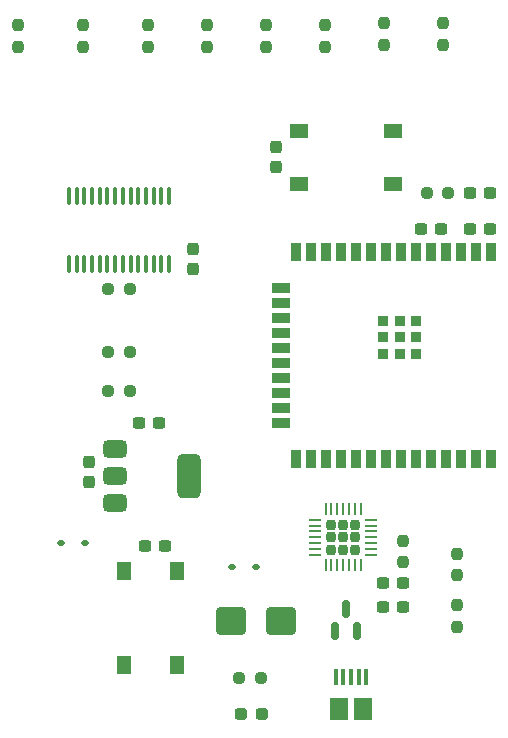
<source format=gbr>
%TF.GenerationSoftware,KiCad,Pcbnew,8.0.4*%
%TF.CreationDate,2024-07-27T14:27:44+01:00*%
%TF.ProjectId,ESP-SPIDER,4553502d-5350-4494-9445-522e6b696361,rev?*%
%TF.SameCoordinates,Original*%
%TF.FileFunction,Paste,Top*%
%TF.FilePolarity,Positive*%
%FSLAX46Y46*%
G04 Gerber Fmt 4.6, Leading zero omitted, Abs format (unit mm)*
G04 Created by KiCad (PCBNEW 8.0.4) date 2024-07-27 14:27:44*
%MOMM*%
%LPD*%
G01*
G04 APERTURE LIST*
G04 Aperture macros list*
%AMRoundRect*
0 Rectangle with rounded corners*
0 $1 Rounding radius*
0 $2 $3 $4 $5 $6 $7 $8 $9 X,Y pos of 4 corners*
0 Add a 4 corners polygon primitive as box body*
4,1,4,$2,$3,$4,$5,$6,$7,$8,$9,$2,$3,0*
0 Add four circle primitives for the rounded corners*
1,1,$1+$1,$2,$3*
1,1,$1+$1,$4,$5*
1,1,$1+$1,$6,$7*
1,1,$1+$1,$8,$9*
0 Add four rect primitives between the rounded corners*
20,1,$1+$1,$2,$3,$4,$5,0*
20,1,$1+$1,$4,$5,$6,$7,0*
20,1,$1+$1,$6,$7,$8,$9,0*
20,1,$1+$1,$8,$9,$2,$3,0*%
G04 Aperture macros list end*
%ADD10RoundRect,0.207500X0.207500X-0.207500X0.207500X0.207500X-0.207500X0.207500X-0.207500X-0.207500X0*%
%ADD11RoundRect,0.062500X0.062500X-0.412500X0.062500X0.412500X-0.062500X0.412500X-0.062500X-0.412500X0*%
%ADD12RoundRect,0.062500X0.412500X-0.062500X0.412500X0.062500X-0.412500X0.062500X-0.412500X-0.062500X0*%
%ADD13RoundRect,0.250000X-1.000000X-0.900000X1.000000X-0.900000X1.000000X0.900000X-1.000000X0.900000X0*%
%ADD14RoundRect,0.112500X-0.187500X-0.112500X0.187500X-0.112500X0.187500X0.112500X-0.187500X0.112500X0*%
%ADD15RoundRect,0.150000X0.150000X-0.587500X0.150000X0.587500X-0.150000X0.587500X-0.150000X-0.587500X0*%
%ADD16R,0.900000X1.500000*%
%ADD17R,1.500000X0.900000*%
%ADD18R,0.900000X0.900000*%
%ADD19RoundRect,0.237500X0.300000X0.237500X-0.300000X0.237500X-0.300000X-0.237500X0.300000X-0.237500X0*%
%ADD20RoundRect,0.237500X-0.237500X0.250000X-0.237500X-0.250000X0.237500X-0.250000X0.237500X0.250000X0*%
%ADD21RoundRect,0.237500X0.237500X-0.250000X0.237500X0.250000X-0.237500X0.250000X-0.237500X-0.250000X0*%
%ADD22RoundRect,0.100000X-0.100000X0.637500X-0.100000X-0.637500X0.100000X-0.637500X0.100000X0.637500X0*%
%ADD23RoundRect,0.237500X-0.250000X-0.237500X0.250000X-0.237500X0.250000X0.237500X-0.250000X0.237500X0*%
%ADD24RoundRect,0.237500X-0.300000X-0.237500X0.300000X-0.237500X0.300000X0.237500X-0.300000X0.237500X0*%
%ADD25RoundRect,0.237500X0.250000X0.237500X-0.250000X0.237500X-0.250000X-0.237500X0.250000X-0.237500X0*%
%ADD26R,1.300000X1.550000*%
%ADD27RoundRect,0.237500X-0.237500X0.300000X-0.237500X-0.300000X0.237500X-0.300000X0.237500X0.300000X0*%
%ADD28RoundRect,0.237500X0.237500X-0.300000X0.237500X0.300000X-0.237500X0.300000X-0.237500X-0.300000X0*%
%ADD29RoundRect,0.375000X-0.625000X-0.375000X0.625000X-0.375000X0.625000X0.375000X-0.625000X0.375000X0*%
%ADD30RoundRect,0.500000X-0.500000X-1.400000X0.500000X-1.400000X0.500000X1.400000X-0.500000X1.400000X0*%
%ADD31R,0.400000X1.350000*%
%ADD32R,1.500000X1.900000*%
%ADD33RoundRect,0.237500X-0.287500X-0.237500X0.287500X-0.237500X0.287500X0.237500X-0.287500X0.237500X0*%
%ADD34R,1.550000X1.300000*%
G04 APERTURE END LIST*
D10*
%TO.C,U2*%
X160034000Y-118066000D03*
X161064000Y-118066000D03*
X162094000Y-118066000D03*
X160034000Y-117036000D03*
X161064000Y-117036000D03*
X162094000Y-117036000D03*
X160034000Y-116006000D03*
X161064000Y-116006000D03*
X162094000Y-116006000D03*
D11*
X159564000Y-119411000D03*
X160064000Y-119411000D03*
X160564000Y-119411000D03*
X161064000Y-119411000D03*
X161564000Y-119411000D03*
X162064000Y-119411000D03*
X162564000Y-119411000D03*
D12*
X163439000Y-118536000D03*
X163439000Y-118036000D03*
X163439000Y-117536000D03*
X163439000Y-117036000D03*
X163439000Y-116536000D03*
X163439000Y-116036000D03*
X163439000Y-115536000D03*
D11*
X162564000Y-114661000D03*
X162064000Y-114661000D03*
X161564000Y-114661000D03*
X161064000Y-114661000D03*
X160564000Y-114661000D03*
X160064000Y-114661000D03*
X159564000Y-114661000D03*
D12*
X158689000Y-115536000D03*
X158689000Y-116036000D03*
X158689000Y-116536000D03*
X158689000Y-117036000D03*
X158689000Y-117536000D03*
X158689000Y-118036000D03*
X158689000Y-118536000D03*
%TD*%
D13*
%TO.C,D3*%
X151520000Y-124138000D03*
X155820000Y-124138000D03*
%TD*%
D14*
%TO.C,D5*%
X151604000Y-119566000D03*
X153704000Y-119566000D03*
%TD*%
D15*
%TO.C,D4*%
X161290000Y-123122000D03*
X162240000Y-124997000D03*
X160340000Y-124997000D03*
%TD*%
D14*
%TO.C,D1*%
X137126000Y-117534000D03*
X139226000Y-117534000D03*
%TD*%
D16*
%TO.C,U1*%
X173584000Y-92863000D03*
X172314000Y-92863000D03*
X171044000Y-92863000D03*
X169774000Y-92863000D03*
X168504000Y-92863000D03*
X167234000Y-92863000D03*
X165964000Y-92863000D03*
X164694000Y-92863000D03*
X163424000Y-92863000D03*
X162154000Y-92863000D03*
X160884000Y-92863000D03*
X159614000Y-92863000D03*
X158344000Y-92863000D03*
X157074000Y-92863000D03*
D17*
X155824000Y-95903000D03*
X155824000Y-97173000D03*
X155824000Y-98443000D03*
X155824000Y-99713000D03*
X155824000Y-100983000D03*
X155824000Y-102253000D03*
X155824000Y-103523000D03*
X155824000Y-104793000D03*
X155824000Y-106063000D03*
X155824000Y-107333000D03*
D16*
X157074000Y-110363000D03*
X158344000Y-110363000D03*
X159614000Y-110363000D03*
X160884000Y-110363000D03*
X162154000Y-110363000D03*
X163424000Y-110363000D03*
X164694000Y-110363000D03*
X165964000Y-110363000D03*
X167234000Y-110363000D03*
X168504000Y-110363000D03*
X169774000Y-110363000D03*
X171044000Y-110363000D03*
X172314000Y-110363000D03*
X173584000Y-110363000D03*
D18*
X167264000Y-98713000D03*
X165864000Y-98713000D03*
X164464000Y-98713000D03*
X167264000Y-100113000D03*
X165864000Y-100113000D03*
X164464000Y-100113000D03*
X167264000Y-101513000D03*
X165864000Y-101513000D03*
X164464000Y-101513000D03*
%TD*%
D19*
%TO.C,C3*%
X169348500Y-90911000D03*
X167623500Y-90911000D03*
%TD*%
D20*
%TO.C,R2*%
X170692000Y-122764500D03*
X170692000Y-124589500D03*
%TD*%
D21*
%TO.C,R11*%
X139004000Y-75483000D03*
X139004000Y-73658000D03*
%TD*%
D22*
%TO.C,U5*%
X146304000Y-88138000D03*
X145654000Y-88138000D03*
X145004000Y-88138000D03*
X144354000Y-88138000D03*
X143704000Y-88138000D03*
X143054000Y-88138000D03*
X142404000Y-88138000D03*
X141754000Y-88138000D03*
X141104000Y-88138000D03*
X140454000Y-88138000D03*
X139804000Y-88138000D03*
X139154000Y-88138000D03*
X138504000Y-88138000D03*
X137854000Y-88138000D03*
X137854000Y-93863000D03*
X138504000Y-93863000D03*
X139154000Y-93863000D03*
X139804000Y-93863000D03*
X140454000Y-93863000D03*
X141104000Y-93863000D03*
X141754000Y-93863000D03*
X142404000Y-93863000D03*
X143054000Y-93863000D03*
X143704000Y-93863000D03*
X144354000Y-93863000D03*
X145004000Y-93863000D03*
X145654000Y-93863000D03*
X146304000Y-93863000D03*
%TD*%
D19*
%TO.C,C6*%
X145504000Y-107363000D03*
X143779000Y-107363000D03*
%TD*%
D21*
%TO.C,R16*%
X154504000Y-75483000D03*
X154504000Y-73658000D03*
%TD*%
D23*
%TO.C,R7*%
X152249500Y-128964000D03*
X154074500Y-128964000D03*
%TD*%
D24*
%TO.C,C2*%
X171761000Y-87911000D03*
X173486000Y-87911000D03*
%TD*%
D25*
%TO.C,R1*%
X169948500Y-87911000D03*
X168123500Y-87911000D03*
%TD*%
D26*
%TO.C,SW2*%
X142530000Y-127838000D03*
X142530000Y-119888000D03*
X147030000Y-127838000D03*
X147030000Y-119888000D03*
%TD*%
D21*
%TO.C,R15*%
X159504000Y-75483000D03*
X159504000Y-73658000D03*
%TD*%
%TO.C,R14*%
X164504000Y-75308000D03*
X164504000Y-73483000D03*
%TD*%
D27*
%TO.C,C8*%
X155363000Y-83952500D03*
X155363000Y-85677500D03*
%TD*%
D21*
%TO.C,R10*%
X144504000Y-75483000D03*
X144504000Y-73658000D03*
%TD*%
%TO.C,R12*%
X133504000Y-75483000D03*
X133504000Y-73658000D03*
%TD*%
D23*
%TO.C,R5*%
X141181000Y-104627000D03*
X143006000Y-104627000D03*
%TD*%
D21*
%TO.C,R9*%
X149504000Y-75483000D03*
X149504000Y-73658000D03*
%TD*%
D23*
%TO.C,R17*%
X141181000Y-101325000D03*
X143006000Y-101325000D03*
%TD*%
D28*
%TO.C,C7*%
X139504000Y-112363000D03*
X139504000Y-110638000D03*
%TD*%
D21*
%TO.C,R13*%
X169504000Y-75308000D03*
X169504000Y-73483000D03*
%TD*%
D24*
%TO.C,C5*%
X164391000Y-120936000D03*
X166116000Y-120936000D03*
%TD*%
D29*
%TO.C,U4*%
X141704000Y-109563000D03*
X141704000Y-111863000D03*
D30*
X148004000Y-111863000D03*
D29*
X141704000Y-114163000D03*
%TD*%
D24*
%TO.C,C1*%
X171761000Y-90911000D03*
X173486000Y-90911000D03*
%TD*%
D21*
%TO.C,R4*%
X166117000Y-119155000D03*
X166117000Y-117330000D03*
%TD*%
D31*
%TO.C,J1*%
X160415000Y-128884000D03*
X161065000Y-128884000D03*
X161715000Y-128884000D03*
X162365000Y-128884000D03*
X163015000Y-128884000D03*
D32*
X160715000Y-131584000D03*
X162715000Y-131584000D03*
%TD*%
D33*
%TO.C,D2*%
X152412000Y-131964000D03*
X154162000Y-131964000D03*
%TD*%
D28*
%TO.C,C10*%
X148340000Y-94313500D03*
X148340000Y-92588500D03*
%TD*%
D34*
%TO.C,SW1*%
X165269000Y-87101000D03*
X157319000Y-87101000D03*
X165269000Y-82601000D03*
X157319000Y-82601000D03*
%TD*%
D25*
%TO.C,R8*%
X142991500Y-96000500D03*
X141166500Y-96000500D03*
%TD*%
D24*
%TO.C,C4*%
X164391000Y-122936000D03*
X166116000Y-122936000D03*
%TD*%
D21*
%TO.C,R3*%
X170692000Y-120264500D03*
X170692000Y-118439500D03*
%TD*%
D19*
%TO.C,C9*%
X146004000Y-117773000D03*
X144279000Y-117773000D03*
%TD*%
M02*

</source>
